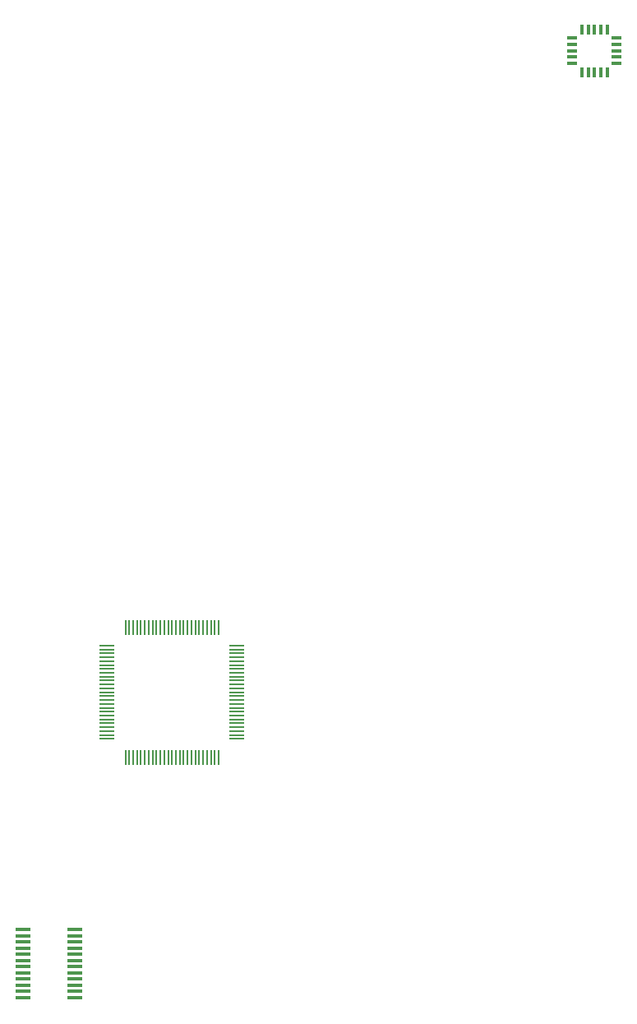
<source format=gbr>
%TF.GenerationSoftware,KiCad,Pcbnew,(6.0.7)*%
%TF.CreationDate,2022-11-30T23:51:13-03:00*%
%TF.ProjectId,ea075_project,65613037-355f-4707-926f-6a6563742e6b,rev?*%
%TF.SameCoordinates,Original*%
%TF.FileFunction,Paste,Top*%
%TF.FilePolarity,Positive*%
%FSLAX46Y46*%
G04 Gerber Fmt 4.6, Leading zero omitted, Abs format (unit mm)*
G04 Created by KiCad (PCBNEW (6.0.7)) date 2022-11-30 23:51:13*
%MOMM*%
%LPD*%
G01*
G04 APERTURE LIST*
%ADD10R,1.100000X0.300000*%
%ADD11R,0.300000X1.100000*%
%ADD12R,0.200000X1.500000*%
%ADD13R,1.500000X0.200000*%
%ADD14R,1.600000X0.410000*%
G04 APERTURE END LIST*
D10*
%TO.C,U1*%
X195680000Y-44340000D03*
X195680000Y-44990000D03*
X195680000Y-45640000D03*
X195680000Y-46290000D03*
X195680000Y-46940000D03*
D11*
X194680000Y-47840000D03*
X194030000Y-47840000D03*
X193380000Y-47840000D03*
X192730000Y-47840000D03*
X192080000Y-47840000D03*
D10*
X191080000Y-46940000D03*
X191080000Y-46290000D03*
X191080000Y-45640000D03*
X191080000Y-44990000D03*
X191080000Y-44340000D03*
D11*
X192080000Y-43440000D03*
X192730000Y-43440000D03*
X193380000Y-43440000D03*
X194030000Y-43440000D03*
X194680000Y-43440000D03*
%TD*%
D12*
%TO.C,U2*%
X145060000Y-104980000D03*
X145460000Y-104980000D03*
X145860000Y-104980000D03*
X146260000Y-104980000D03*
X146660000Y-104980000D03*
X147060000Y-104980000D03*
X147460000Y-104980000D03*
X147860000Y-104980000D03*
X148260000Y-104980000D03*
X148660000Y-104980000D03*
X149060000Y-104980000D03*
X149460000Y-104980000D03*
X149860000Y-104980000D03*
X150260000Y-104980000D03*
X150660000Y-104980000D03*
X151060000Y-104980000D03*
X151460000Y-104980000D03*
X151860000Y-104980000D03*
X152260000Y-104980000D03*
X152660000Y-104980000D03*
X153060000Y-104980000D03*
X153460000Y-104980000D03*
X153860000Y-104980000D03*
X154260000Y-104980000D03*
X154660000Y-104980000D03*
D13*
X156560000Y-106880000D03*
X156560000Y-107280000D03*
X156560000Y-107680000D03*
X156560000Y-108080000D03*
X156560000Y-108480000D03*
X156560000Y-108880000D03*
X156560000Y-109280000D03*
X156560000Y-109680000D03*
X156560000Y-110080000D03*
X156560000Y-110480000D03*
X156560000Y-110880000D03*
X156560000Y-111280000D03*
X156560000Y-111680000D03*
X156560000Y-112080000D03*
X156560000Y-112480000D03*
X156560000Y-112880000D03*
X156560000Y-113280000D03*
X156560000Y-113680000D03*
X156560000Y-114080000D03*
X156560000Y-114480000D03*
X156560000Y-114880000D03*
X156560000Y-115280000D03*
X156560000Y-115680000D03*
X156560000Y-116080000D03*
X156560000Y-116480000D03*
D12*
X154660000Y-118380000D03*
X154260000Y-118380000D03*
X153860000Y-118380000D03*
X153460000Y-118380000D03*
X153060000Y-118380000D03*
X152660000Y-118380000D03*
X152260000Y-118380000D03*
X151860000Y-118380000D03*
X151460000Y-118380000D03*
X151060000Y-118380000D03*
X150660000Y-118380000D03*
X150260000Y-118380000D03*
X149860000Y-118380000D03*
X149460000Y-118380000D03*
X149060000Y-118380000D03*
X148660000Y-118380000D03*
X148260000Y-118380000D03*
X147860000Y-118380000D03*
X147460000Y-118380000D03*
X147060000Y-118380000D03*
X146660000Y-118380000D03*
X146260000Y-118380000D03*
X145860000Y-118380000D03*
X145460000Y-118380000D03*
X145060000Y-118380000D03*
D13*
X143160000Y-116480000D03*
X143160000Y-116080000D03*
X143160000Y-115680000D03*
X143160000Y-115280000D03*
X143160000Y-114880000D03*
X143160000Y-114480000D03*
X143160000Y-114080000D03*
X143160000Y-113680000D03*
X143160000Y-113280000D03*
X143160000Y-112880000D03*
X143160000Y-112480000D03*
X143160000Y-112080000D03*
X143160000Y-111680000D03*
X143160000Y-111280000D03*
X143160000Y-110880000D03*
X143160000Y-110480000D03*
X143160000Y-110080000D03*
X143160000Y-109680000D03*
X143160000Y-109280000D03*
X143160000Y-108880000D03*
X143160000Y-108480000D03*
X143160000Y-108080000D03*
X143160000Y-107680000D03*
X143160000Y-107280000D03*
X143160000Y-106880000D03*
%TD*%
D14*
%TO.C,U3*%
X134505700Y-136127500D03*
X134505700Y-136762500D03*
X134505700Y-137397500D03*
X134505700Y-138032500D03*
X134505700Y-138667500D03*
X134505700Y-139302500D03*
X134505700Y-139937500D03*
X134505700Y-140572500D03*
X134505700Y-141207500D03*
X134505700Y-141842500D03*
X134505700Y-142477500D03*
X134505700Y-143112500D03*
X139814300Y-143112500D03*
X139814300Y-142477500D03*
X139814300Y-141842500D03*
X139814300Y-141207500D03*
X139814300Y-140572500D03*
X139814300Y-139937500D03*
X139814300Y-139302500D03*
X139814300Y-138667500D03*
X139814300Y-138032500D03*
X139814300Y-137397500D03*
X139814300Y-136762500D03*
X139814300Y-136127500D03*
%TD*%
M02*

</source>
